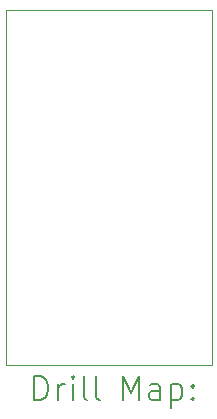
<source format=gbr>
%TF.GenerationSoftware,KiCad,Pcbnew,(7.0.0)*%
%TF.CreationDate,2023-02-27T05:24:17-06:00*%
%TF.ProjectId,esp32-c3-vesc-express-gh_connectors,65737033-322d-4633-932d-766573632d65,rev?*%
%TF.SameCoordinates,Original*%
%TF.FileFunction,Drillmap*%
%TF.FilePolarity,Positive*%
%FSLAX45Y45*%
G04 Gerber Fmt 4.5, Leading zero omitted, Abs format (unit mm)*
G04 Created by KiCad (PCBNEW (7.0.0)) date 2023-02-27 05:24:17*
%MOMM*%
%LPD*%
G01*
G04 APERTURE LIST*
%ADD10C,0.100000*%
%ADD11C,0.200000*%
G04 APERTURE END LIST*
D10*
X13475000Y-7000000D02*
X15220000Y-7000000D01*
X15220000Y-7000000D02*
X15220000Y-10000000D01*
X15220000Y-10000000D02*
X13475000Y-10000000D01*
X13475000Y-10000000D02*
X13475000Y-7000000D01*
D11*
X13717619Y-10298476D02*
X13717619Y-10098476D01*
X13717619Y-10098476D02*
X13765238Y-10098476D01*
X13765238Y-10098476D02*
X13793809Y-10108000D01*
X13793809Y-10108000D02*
X13812857Y-10127048D01*
X13812857Y-10127048D02*
X13822381Y-10146095D01*
X13822381Y-10146095D02*
X13831905Y-10184190D01*
X13831905Y-10184190D02*
X13831905Y-10212762D01*
X13831905Y-10212762D02*
X13822381Y-10250857D01*
X13822381Y-10250857D02*
X13812857Y-10269905D01*
X13812857Y-10269905D02*
X13793809Y-10288952D01*
X13793809Y-10288952D02*
X13765238Y-10298476D01*
X13765238Y-10298476D02*
X13717619Y-10298476D01*
X13917619Y-10298476D02*
X13917619Y-10165143D01*
X13917619Y-10203238D02*
X13927143Y-10184190D01*
X13927143Y-10184190D02*
X13936667Y-10174667D01*
X13936667Y-10174667D02*
X13955714Y-10165143D01*
X13955714Y-10165143D02*
X13974762Y-10165143D01*
X14041428Y-10298476D02*
X14041428Y-10165143D01*
X14041428Y-10098476D02*
X14031905Y-10108000D01*
X14031905Y-10108000D02*
X14041428Y-10117524D01*
X14041428Y-10117524D02*
X14050952Y-10108000D01*
X14050952Y-10108000D02*
X14041428Y-10098476D01*
X14041428Y-10098476D02*
X14041428Y-10117524D01*
X14165238Y-10298476D02*
X14146190Y-10288952D01*
X14146190Y-10288952D02*
X14136667Y-10269905D01*
X14136667Y-10269905D02*
X14136667Y-10098476D01*
X14270000Y-10298476D02*
X14250952Y-10288952D01*
X14250952Y-10288952D02*
X14241428Y-10269905D01*
X14241428Y-10269905D02*
X14241428Y-10098476D01*
X14466190Y-10298476D02*
X14466190Y-10098476D01*
X14466190Y-10098476D02*
X14532857Y-10241333D01*
X14532857Y-10241333D02*
X14599524Y-10098476D01*
X14599524Y-10098476D02*
X14599524Y-10298476D01*
X14780476Y-10298476D02*
X14780476Y-10193714D01*
X14780476Y-10193714D02*
X14770952Y-10174667D01*
X14770952Y-10174667D02*
X14751905Y-10165143D01*
X14751905Y-10165143D02*
X14713809Y-10165143D01*
X14713809Y-10165143D02*
X14694762Y-10174667D01*
X14780476Y-10288952D02*
X14761428Y-10298476D01*
X14761428Y-10298476D02*
X14713809Y-10298476D01*
X14713809Y-10298476D02*
X14694762Y-10288952D01*
X14694762Y-10288952D02*
X14685238Y-10269905D01*
X14685238Y-10269905D02*
X14685238Y-10250857D01*
X14685238Y-10250857D02*
X14694762Y-10231810D01*
X14694762Y-10231810D02*
X14713809Y-10222286D01*
X14713809Y-10222286D02*
X14761428Y-10222286D01*
X14761428Y-10222286D02*
X14780476Y-10212762D01*
X14875714Y-10165143D02*
X14875714Y-10365143D01*
X14875714Y-10174667D02*
X14894762Y-10165143D01*
X14894762Y-10165143D02*
X14932857Y-10165143D01*
X14932857Y-10165143D02*
X14951905Y-10174667D01*
X14951905Y-10174667D02*
X14961428Y-10184190D01*
X14961428Y-10184190D02*
X14970952Y-10203238D01*
X14970952Y-10203238D02*
X14970952Y-10260381D01*
X14970952Y-10260381D02*
X14961428Y-10279429D01*
X14961428Y-10279429D02*
X14951905Y-10288952D01*
X14951905Y-10288952D02*
X14932857Y-10298476D01*
X14932857Y-10298476D02*
X14894762Y-10298476D01*
X14894762Y-10298476D02*
X14875714Y-10288952D01*
X15056667Y-10279429D02*
X15066190Y-10288952D01*
X15066190Y-10288952D02*
X15056667Y-10298476D01*
X15056667Y-10298476D02*
X15047143Y-10288952D01*
X15047143Y-10288952D02*
X15056667Y-10279429D01*
X15056667Y-10279429D02*
X15056667Y-10298476D01*
X15056667Y-10174667D02*
X15066190Y-10184190D01*
X15066190Y-10184190D02*
X15056667Y-10193714D01*
X15056667Y-10193714D02*
X15047143Y-10184190D01*
X15047143Y-10184190D02*
X15056667Y-10174667D01*
X15056667Y-10174667D02*
X15056667Y-10193714D01*
M02*

</source>
